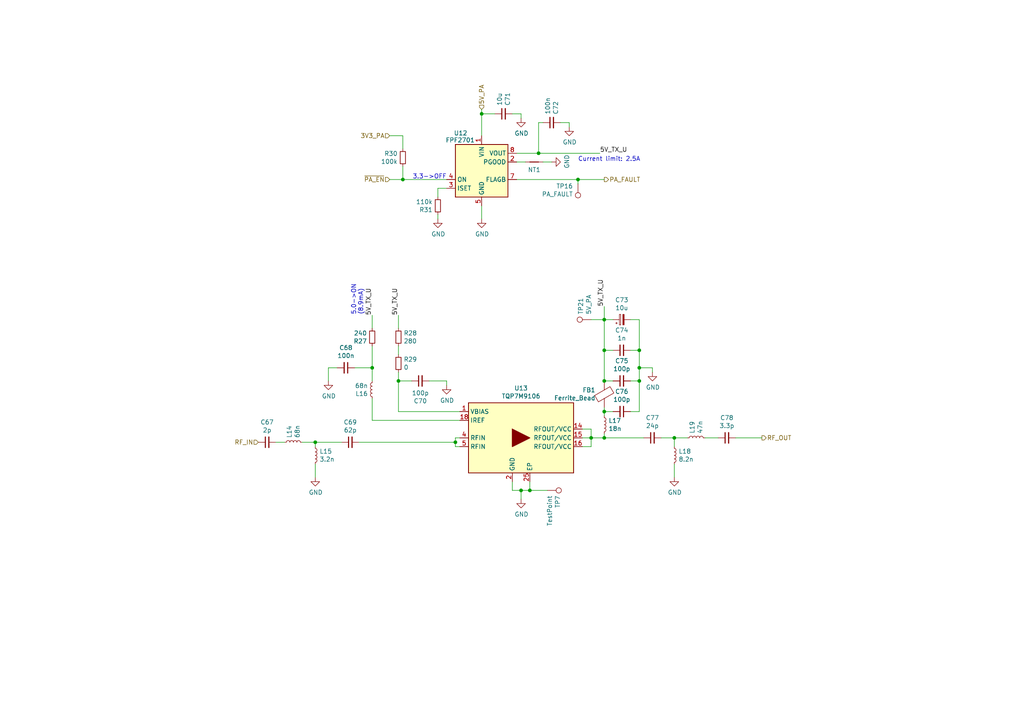
<source format=kicad_sch>
(kicad_sch (version 20211123) (generator eeschema)
  (paper "A4")
  (lib_symbols
    (symbol "Connector:TestPoint" (pin_numbers hide) (pin_names (offset 0.762) hide)
      (property "Reference" "TP" (at 0 6.858 0))
      (property "Value" "TestPoint" (at 0 5.08 0))
      (symbol "TestPoint_0_1"
        (circle (center 0 3.302) (radius 0.762))
      )
      (symbol "TestPoint_1_1"
        (pin passive line (at 0 0 90) (length 2.54) (name "1") (number "1"))
      )
    )
    (symbol "Device:C_Polarized_Small" (pin_numbers hide) (pin_names (offset 0.254) hide)
      (property "Reference" "C" (at 0.254 1.778 0))
      (property "Value" "C_Polarized_Small" (at 0.254 -2.032 0))
      (symbol "C_Polarized_Small_0_1"
        (rectangle (start -1.524 -0.3048) (end 1.524 -0.6858) (fill (type outline)))
        (rectangle (start -1.524 0.6858) (end 1.524 0.3048))
        (polyline (pts (xy -1.27 1.524) (xy -0.762 1.524)))
        (polyline (pts (xy -1.016 1.27) (xy -1.016 1.778)))
      )
      (symbol "C_Polarized_Small_1_1"
        (pin passive line (at 0 2.54 270) (length 1.8542) (name "~") (number "1"))
        (pin passive line (at 0 -2.54 90) (length 1.8542) (name "~") (number "2"))
      )
    )
    (symbol "Device:C_Small" (pin_numbers hide) (pin_names (offset 0.254) hide)
      (property "Reference" "C" (at 0.254 1.778 0))
      (property "Value" "C_Small" (at 0.254 -2.032 0))
      (symbol "C_Small_0_1"
        (polyline (pts (xy -1.524 -0.508) (xy 1.524 -0.508)) (stroke (width 0.3302)))
        (polyline (pts (xy -1.524 0.508) (xy 1.524 0.508)) (stroke (width 0.3048)))
      )
      (symbol "C_Small_1_1"
        (pin passive line (at 0 2.54 270) (length 2.032) (name "~") (number "1"))
        (pin passive line (at 0 -2.54 90) (length 2.032) (name "~") (number "2"))
      )
    )
    (symbol "Device:FerriteBead" (pin_numbers hide) (pin_names (offset 0))
      (property "Reference" "FB" (at -3.81 0.635 90))
      (property "Value" "FerriteBead" (at 3.81 0 90))
      (symbol "FerriteBead_0_1"
        (polyline (pts (xy 0 -1.27) (xy 0 -1.2192)))
        (polyline (pts (xy 0 1.27) (xy 0 1.2954)))
        (polyline (pts (xy -2.7686 0.4064) (xy -1.7018 2.2606) (xy 2.7686 -0.3048) (xy 1.6764 -2.159) (xy -2.7686 0.4064)))
      )
      (symbol "FerriteBead_1_1"
        (pin passive line (at 0 3.81 270) (length 2.54) (name "~") (number "1"))
        (pin passive line (at 0 -3.81 90) (length 2.54) (name "~") (number "2"))
      )
    )
    (symbol "Device:L_Small" (pin_numbers hide) (pin_names (offset 0.254) hide)
      (property "Reference" "L" (at 0.762 1.016 0))
      (property "Value" "L_Small" (at 0.762 -1.016 0))
      (symbol "L_Small_0_1"
        (arc (start 0 -2.032) (mid 0.508 -1.524) (end 0 -1.016))
        (arc (start 0 -1.016) (mid 0.508 -0.508) (end 0 0))
        (arc (start 0 0) (mid 0.508 0.508) (end 0 1.016))
        (arc (start 0 1.016) (mid 0.508 1.524) (end 0 2.032))
      )
      (symbol "L_Small_1_1"
        (pin passive line (at 0 2.54 270) (length 0.508) (name "~") (number "1"))
        (pin passive line (at 0 -2.54 90) (length 0.508) (name "~") (number "2"))
      )
    )
    (symbol "Device:NetTie_2" (pin_numbers hide) (pin_names (offset 0) hide)
      (property "Reference" "NT" (at 0 1.27 0))
      (property "Value" "NetTie_2" (at 0 -1.27 0))
      (symbol "NetTie_2_0_1"
        (polyline (pts (xy -1.27 0) (xy 1.27 0)) (stroke (width 0.254)))
      )
      (symbol "NetTie_2_1_1"
        (pin passive line (at -2.54 0 0) (length 2.54) (name "1") (number "1"))
        (pin passive line (at 2.54 0 180) (length 2.54) (name "2") (number "2"))
      )
    )
    (symbol "Device:R_Small" (pin_numbers hide) (pin_names (offset 0.254) hide)
      (property "Reference" "R" (at 0.762 0.508 0))
      (property "Value" "R_Small" (at 0.762 -1.016 0))
      (symbol "R_Small_0_1"
        (rectangle (start -0.762 1.778) (end 0.762 -1.778) (stroke (width 0.2032)))
      )
      (symbol "R_Small_1_1"
        (pin passive line (at 0 2.54 270) (length 0.762) (name "~") (number "1"))
        (pin passive line (at 0 -2.54 90) (length 0.762) (name "~") (number "2"))
      )
    )
    (symbol "lsf-kicad:FPF2701"
      (property "Reference" "U" (at 5.08 8.89 0))
      (property "Value" "FPF2701" (at 5.08 -8.89 0))
      (symbol "FPF2701_0_1"
        (rectangle (start -7.62 7.62) (end 7.62 -7.62) (stroke (width 0.254)) (fill (type background)))
      )
      (symbol "FPF2701_1_1"
        (pin power_in line (at 0 10.16 270) (length 2.54) (name "VIN") (number "1"))
        (pin open_collector line (at 10.16 2.54 180) (length 2.54) (name "PGOOD") (number "2"))
        (pin passive line (at -10.16 -5.08 0) (length 2.54) (name "ISET") (number "3"))
        (pin input line (at -10.16 -2.54 0) (length 2.54) (name "ON") (number "4"))
        (pin power_in line (at 0 -10.16 90) (length 2.54) (name "GND") (number "5"))
        (pin no_connect line (at -10.16 2.54 0) (length 2.54) hide (name "NC") (number "6"))
        (pin output line (at 10.16 -2.54 180) (length 2.54) (name "FLAGB") (number "7"))
        (pin power_out line (at 10.16 5.08 180) (length 2.54) (name "VOUT") (number "8"))
        (pin passive line (at 0 -10.16 90) (length 2.54) hide (name "GND") (number "9"))
      )
    )
    (symbol "lsf-kicad:TQP7M9106"
      (property "Reference" "U" (at -5.08 11.43 0))
      (property "Value" "TQP7M9106" (at -8.89 13.97 0))
      (symbol "TQP7M9106_0_1"
        (rectangle (start -15.24 10.16) (end 15.24 -10.16) (stroke (width 0.254)) (fill (type background)))
        (polyline (pts (xy -2.54 2.54) (xy -2.54 -2.54) (xy 2.54 0) (xy -2.54 2.54)) (stroke (width 0.254)) (fill (type outline)))
      )
      (symbol "TQP7M9106_1_1"
        (pin input line (at -17.78 7.62 0) (length 2.54) (name "VBIAS") (number "1"))
        (pin passive line (at -2.54 -12.7 90) (length 2.54) hide (name "GND") (number "10"))
        (pin passive line (at -2.54 -12.7 90) (length 2.54) hide (name "GND") (number "11"))
        (pin passive line (at -2.54 -12.7 90) (length 2.54) hide (name "GND") (number "12"))
        (pin passive line (at -2.54 -12.7 90) (length 2.54) hide (name "GND") (number "13"))
        (pin bidirectional line (at 17.78 2.54 180) (length 2.54) (name "RFOUT/VCC") (number "14"))
        (pin bidirectional line (at 17.78 0 180) (length 2.54) (name "RFOUT/VCC") (number "15"))
        (pin bidirectional line (at 17.78 -2.54 180) (length 2.54) (name "RFOUT/VCC") (number "16"))
        (pin passive line (at -2.54 -12.7 90) (length 2.54) hide (name "GND") (number "17"))
        (pin input line (at -17.78 5.08 0) (length 2.54) (name "IREF") (number "18"))
        (pin passive line (at -2.54 -12.7 90) (length 2.54) hide (name "GND") (number "19"))
        (pin power_in line (at -2.54 -12.7 90) (length 2.54) (name "GND") (number "2"))
        (pin passive line (at -2.54 -12.7 90) (length 2.54) hide (name "GND") (number "20"))
        (pin passive line (at -2.54 -12.7 90) (length 2.54) hide (name "GND") (number "21"))
        (pin passive line (at -2.54 -12.7 90) (length 2.54) hide (name "GND") (number "22"))
        (pin passive line (at -2.54 -12.7 90) (length 2.54) hide (name "GND") (number "23"))
        (pin passive line (at -2.54 -12.7 90) (length 2.54) hide (name "GND") (number "24"))
        (pin power_in line (at 2.54 -12.7 90) (length 2.54) (name "EP") (number "25"))
        (pin passive line (at -2.54 -12.7 90) (length 2.54) hide (name "GND") (number "3"))
        (pin input line (at -17.78 0 0) (length 2.54) (name "RFIN") (number "4"))
        (pin input line (at -17.78 -2.54 0) (length 2.54) (name "RFIN") (number "5"))
        (pin passive line (at -2.54 -12.7 90) (length 2.54) hide (name "GND") (number "6"))
        (pin passive line (at -2.54 -12.7 90) (length 2.54) hide (name "GND") (number "7"))
        (pin passive line (at -2.54 -12.7 90) (length 2.54) hide (name "GND") (number "8"))
        (pin passive line (at -2.54 -12.7 90) (length 2.54) hide (name "GND") (number "9"))
      )
    )
    (symbol "power:GND" (power) (pin_names (offset 0))
      (property "Value" "GND" (at 0 -3.81 0))
      (symbol "GND_0_1"
        (polyline (pts (xy 0 0) (xy 0 -1.27) (xy 1.27 -1.27) (xy 0 -2.54) (xy -1.27 -1.27) (xy 0 -1.27)))
      )
      (symbol "GND_1_1"
        (pin power_in line (at 0 0 270) (length 0) hide (name "GND") (number "1"))
      )
    )
  )
  (junction (at 132.08 128.27))
  (junction (at 167.64 52.07))
  (junction (at 175.26 119.38))
  (junction (at 175.26 127))
  (junction (at 151.13 142.24))
  (junction (at 185.42 110.49))
  (junction (at 115.57 110.49))
  (junction (at 171.45 127))
  (junction (at 185.42 106.68))
  (junction (at 185.42 101.6))
  (junction (at 156.21 44.45))
  (junction (at 91.44 128.27))
  (junction (at 175.26 92.71))
  (junction (at 195.58 127))
  (junction (at 153.67 142.24))
  (junction (at 139.7 33.02))
  (junction (at 175.26 110.49))
  (junction (at 116.84 52.07))
  (junction (at 107.95 106.68))
  (junction (at 175.26 101.6))
  (wire (pts (xy 116.84 52.07) (xy 113.03 52.07)))
  (wire (pts (xy 133.35 119.38) (xy 115.57 119.38)))
  (wire (pts (xy 139.7 63.5) (xy 139.7 59.69)))
  (wire (pts (xy 162.56 35.56) (xy 165.1 35.56)))
  (wire (pts (xy 189.23 106.68) (xy 185.42 106.68)))
  (wire (pts (xy 132.08 128.27) (xy 132.08 129.54)))
  (wire (pts (xy 87.63 128.27) (xy 91.44 128.27)))
  (wire (pts (xy 151.13 33.02) (xy 151.13 34.29)))
  (wire (pts (xy 175.26 118.11) (xy 175.26 119.38)))
  (wire (pts (xy 182.88 101.6) (xy 185.42 101.6)))
  (wire (pts (xy 149.86 52.07) (xy 167.64 52.07)))
  (wire (pts (xy 153.67 142.24) (xy 153.67 139.7)))
  (wire (pts (xy 175.26 101.6) (xy 175.26 110.49)))
  (wire (pts (xy 143.51 33.02) (xy 139.7 33.02)))
  (wire (pts (xy 151.13 144.78) (xy 151.13 142.24)))
  (wire (pts (xy 220.98 127) (xy 213.36 127)))
  (wire (pts (xy 189.23 107.95) (xy 189.23 106.68)))
  (wire (pts (xy 95.25 110.49) (xy 95.25 106.68)))
  (wire (pts (xy 148.59 139.7) (xy 148.59 142.24)))
  (wire (pts (xy 185.42 92.71) (xy 182.88 92.71)))
  (wire (pts (xy 148.59 33.02) (xy 151.13 33.02)))
  (wire (pts (xy 91.44 134.62) (xy 91.44 138.43)))
  (wire (pts (xy 127 62.23) (xy 127 63.5)))
  (wire (pts (xy 168.91 124.46) (xy 171.45 124.46)))
  (wire (pts (xy 177.8 101.6) (xy 175.26 101.6)))
  (wire (pts (xy 185.42 101.6) (xy 185.42 92.71)))
  (wire (pts (xy 102.87 106.68) (xy 107.95 106.68)))
  (wire (pts (xy 195.58 129.54) (xy 195.58 127)))
  (wire (pts (xy 119.38 110.49) (xy 115.57 110.49)))
  (wire (pts (xy 95.25 106.68) (xy 97.79 106.68)))
  (wire (pts (xy 171.45 124.46) (xy 171.45 127)))
  (wire (pts (xy 107.95 106.68) (xy 107.95 110.49)))
  (wire (pts (xy 129.54 110.49) (xy 129.54 111.76)))
  (wire (pts (xy 115.57 119.38) (xy 115.57 110.49)))
  (wire (pts (xy 171.45 127) (xy 175.26 127)))
  (wire (pts (xy 160.02 46.99) (xy 157.48 46.99)))
  (wire (pts (xy 177.8 92.71) (xy 175.26 92.71)))
  (wire (pts (xy 152.4 46.99) (xy 149.86 46.99)))
  (wire (pts (xy 175.26 125.73) (xy 175.26 127)))
  (wire (pts (xy 113.03 39.37) (xy 116.84 39.37)))
  (wire (pts (xy 175.26 120.65) (xy 175.26 119.38)))
  (wire (pts (xy 80.01 128.27) (xy 82.55 128.27)))
  (wire (pts (xy 177.8 119.38) (xy 175.26 119.38)))
  (wire (pts (xy 171.45 129.54) (xy 168.91 129.54)))
  (wire (pts (xy 165.1 35.56) (xy 165.1 36.83)))
  (wire (pts (xy 195.58 134.62) (xy 195.58 138.43)))
  (wire (pts (xy 204.47 127) (xy 208.28 127)))
  (wire (pts (xy 191.77 127) (xy 195.58 127)))
  (wire (pts (xy 175.26 101.6) (xy 175.26 92.71)))
  (wire (pts (xy 171.45 127) (xy 171.45 129.54)))
  (wire (pts (xy 115.57 110.49) (xy 115.57 107.95)))
  (wire (pts (xy 115.57 95.25) (xy 115.57 91.44)))
  (wire (pts (xy 129.54 52.07) (xy 116.84 52.07)))
  (wire (pts (xy 185.42 106.68) (xy 185.42 101.6)))
  (wire (pts (xy 116.84 48.26) (xy 116.84 52.07)))
  (wire (pts (xy 149.86 44.45) (xy 156.21 44.45)))
  (wire (pts (xy 91.44 128.27) (xy 99.06 128.27)))
  (wire (pts (xy 107.95 115.57) (xy 107.95 121.92)))
  (wire (pts (xy 107.95 100.33) (xy 107.95 106.68)))
  (wire (pts (xy 115.57 102.87) (xy 115.57 100.33)))
  (wire (pts (xy 185.42 110.49) (xy 185.42 106.68)))
  (wire (pts (xy 107.95 95.25) (xy 107.95 91.44)))
  (wire (pts (xy 182.88 119.38) (xy 185.42 119.38)))
  (wire (pts (xy 116.84 39.37) (xy 116.84 43.18)))
  (wire (pts (xy 132.08 128.27) (xy 132.08 127)))
  (wire (pts (xy 156.21 44.45) (xy 156.21 35.56)))
  (wire (pts (xy 124.46 110.49) (xy 129.54 110.49)))
  (wire (pts (xy 139.7 33.02) (xy 139.7 31.75)))
  (wire (pts (xy 156.21 35.56) (xy 157.48 35.56)))
  (wire (pts (xy 91.44 129.54) (xy 91.44 128.27)))
  (wire (pts (xy 132.08 127) (xy 133.35 127)))
  (wire (pts (xy 167.64 52.07) (xy 175.26 52.07)))
  (wire (pts (xy 139.7 39.37) (xy 139.7 33.02)))
  (wire (pts (xy 148.59 142.24) (xy 151.13 142.24)))
  (wire (pts (xy 177.8 110.49) (xy 175.26 110.49)))
  (wire (pts (xy 175.26 92.71) (xy 175.26 88.9)))
  (wire (pts (xy 107.95 121.92) (xy 133.35 121.92)))
  (wire (pts (xy 167.64 53.34) (xy 167.64 52.07)))
  (wire (pts (xy 127 54.61) (xy 129.54 54.61)))
  (wire (pts (xy 171.45 92.71) (xy 175.26 92.71)))
  (wire (pts (xy 156.21 44.45) (xy 173.99 44.45)))
  (wire (pts (xy 151.13 142.24) (xy 153.67 142.24)))
  (wire (pts (xy 175.26 127) (xy 186.69 127)))
  (wire (pts (xy 182.88 110.49) (xy 185.42 110.49)))
  (wire (pts (xy 127 57.15) (xy 127 54.61)))
  (wire (pts (xy 132.08 129.54) (xy 133.35 129.54)))
  (wire (pts (xy 168.91 127) (xy 171.45 127)))
  (wire (pts (xy 153.67 142.24) (xy 158.75 142.24)))
  (wire (pts (xy 104.14 128.27) (xy 132.08 128.27)))
  (wire (pts (xy 185.42 119.38) (xy 185.42 110.49)))
  (wire (pts (xy 195.58 127) (xy 199.39 127)))
  (text "Current limit: 2.5A" (at 167.64 46.99 0) (effects (font (size 1.27 1.27)) (justify left bottom)))
  (text "3.3->OFF" (at 129.54 52.07 180) (effects (font (size 1.27 1.27)) (justify right bottom)))
  (text "5.0->ON \n(8.9mA)" (at 105.41 91.44 90) (effects (font (size 1.27 1.27)) (justify left bottom)))
  (label "5V_TX_U" (at 175.26 88.9 90))
  (label "5V_TX_U" (at 173.99 44.45 0))
  (label "5V_TX_U" (at 107.95 91.44 90))
  (label "5V_TX_U" (at 115.57 91.44 90))
  (hierarchical_label "3V3_PA" (shape input) (at 113.03 39.37 180))
  (hierarchical_label "RF_IN" (shape input) (at 74.93 128.27 180))
  (hierarchical_label "RF_OUT" (shape output) (at 220.98 127 0))
  (hierarchical_label "5V_PA" (shape input) (at 139.7 31.75 90))
  (hierarchical_label "PA_FAULT" (shape output) (at 175.26 52.07 0))
  (hierarchical_label "~{PA_EN}" (shape input) (at 113.03 52.07 180))
  (symbol (lib_id "power:GND") (at 195.58 138.43 0) (unit 1)
    (property "Reference" "#PWR0187" (effects hide))
    (property "Value" "GND" (at 195.707 142.8242 0))
  )
  (symbol (lib_id "Device:L_Small") (at 91.44 132.08 0) (unit 1)
    (property "Reference" "L15" (at 92.6592 130.9116 0) (effects (justify left)))
    (property "Value" "3.2n" (at 92.6592 133.223 0) (effects (justify left)))
    (property "Footprint" "Inductor_SMD:L_0402_1005Metric" (effects hide))
    (property "Mnf." "Murata Electronics" (effects hide))
    (property "PartNumber" "LQG15WZ3N2B02D" (effects hide))
  )
  (symbol (lib_id "Device:L_Small") (at 175.26 123.19 0) (unit 1)
    (property "Reference" "L17" (at 176.4792 122.0216 0) (effects (justify left)))
    (property "Value" "18n" (at 176.4792 124.333 0) (effects (justify left)))
    (property "Footprint" "Inductor_SMD:L_0402_1005Metric" (effects hide))
    (property "PartNumber" "LQW15AN18NJ80D" (effects hide))
    (property "Mnf." "Coilcraft" (effects hide))
    (property "Description" "Inductor, 0805, 5%, Coilcraft CS Series" (effects hide))
  )
  (symbol (lib_id "Device:L_Small") (at 201.93 127 90) (unit 1)
    (property "Reference" "L19" (at 200.7616 125.7808 0) (effects (justify left)))
    (property "Value" "47n" (at 203.073 125.7808 0) (effects (justify left)))
    (property "Footprint" "Inductor_SMD:L_0402_1005Metric" (effects hide))
    (property "Mnf." "ABRACON" (effects hide))
    (property "PartNumber" "AISC-0402-47NG-T" (effects hide))
  )
  (symbol (lib_id "power:GND") (at 151.13 144.78 0) (unit 1)
    (property "Reference" "#PWR0186" (effects hide))
    (property "Value" "GND" (at 151.257 149.1742 0))
  )
  (symbol (lib_id "Device:C_Small") (at 146.05 33.02 90) (mirror x) (unit 1)
    (property "Reference" "C71" (at 147.2184 30.6832 0) (effects (justify right)))
    (property "Value" "10u" (at 144.907 30.6832 0) (effects (justify right)))
    (property "Footprint" "Capacitor_SMD:C_0805_2012Metric" (effects hide))
    (property "Description" "Capacitor, 1206, 10%, 16 V,  X7R" (effects hide))
    (property "Mnf." "Taiyo Yuden" (effects hide))
    (property "PartNumber" "EMK212BB7106KG-T" (effects hide))
  )
  (symbol (lib_id "Device:C_Small") (at 100.33 106.68 270) (unit 1)
    (property "Reference" "C68" (at 100.33 100.8634 90))
    (property "Value" "100n" (at 100.33 103.1748 90))
    (property "Footprint" "Capacitor_SMD:C_0402_1005Metric" (effects hide))
    (property "Description" " Capacitor, 0603, 50V, X5R, 10%" (effects hide))
    (property "Mnf." "TDK" (effects hide))
    (property "PartNumber" "CGA2B3X5R1H104K050BB" (effects hide))
  )
  (symbol (lib_id "lsf-kicad:FPF2701") (at 139.7 49.53 0) (unit 1)
    (property "Reference" "U12" (at 133.604 38.608 0))
    (property "Value" "FPF2701" (at 133.477 40.64 0))
    (property "Footprint" "lsf-kicad-lib:MLP-8" (effects hide))
    (property "Datasheet" "https://www.fairchildsemi.com/datasheets/FP/FPF2701.pdf" (effects hide))
    (property "Mnf." "ON Semiconductor / Fairchild" (effects hide))
    (property "PartNumber" "FPF2701MPX" (effects hide))
  )
  (symbol (lib_id "Device:L_Small") (at 107.95 113.03 180) (unit 1)
    (property "Reference" "L16" (at 106.7308 114.1984 0) (effects (justify left)))
    (property "Value" "68n" (at 106.7308 111.887 0) (effects (justify left)))
    (property "Footprint" "Inductor_SMD:L_0402_1005Metric" (effects hide))
    (property "Description" "Inductor, 0603, 5%, Ceramic" (effects hide))
    (property "Mnf." "Coilcraft" (effects hide))
    (property "PartNumber" "0402DC-68NXJRW" (effects hide))
  )
  (symbol (lib_id "Device:C_Small") (at 180.34 101.6 90) (mirror x) (unit 1)
    (property "Reference" "C74" (at 180.34 95.7834 90))
    (property "Value" "1n" (at 180.34 98.0948 90))
    (property "Footprint" "Capacitor_SMD:C_0805_2012Metric" (effects hide))
    (property "Description" "Capacitor, 0603, 10%, 50V, NPO/COG" (effects hide))
    (property "Mnf." "KEMET" (effects hide))
    (property "PartNumber" "C0402C102K5GECAUTO7411" (effects hide))
  )
  (symbol (lib_id "Device:C_Small") (at 101.6 128.27 90) (mirror x) (unit 1)
    (property "Reference" "C69" (at 101.6 122.4534 90))
    (property "Value" "62p" (at 101.6 124.7648 90))
    (property "Footprint" "Capacitor_SMD:C_0402_1005Metric" (effects hide))
    (property "Mnf." "AVX" (effects hide))
    (property "PartNumber" "04025A620FAT2A" (effects hide))
  )
  (symbol (lib_id "Device:R_Small") (at 115.57 97.79 180) (unit 1)
    (property "Reference" "R28" (at 117.0686 96.6216 0) (effects (justify right)))
    (property "Value" "280" (at 117.0686 98.933 0) (effects (justify right)))
    (property "Footprint" "Resistor_SMD:R_0603_1608Metric" (effects hide))
    (property "Description" "Resistor, Chip, 0603, 1%, 1/16W" (effects hide))
    (property "Mnf." "YAGEO" (effects hide))
    (property "PartNumber" "RC0402FR-07280RL" (effects hide))
  )
  (symbol (lib_id "Device:C_Small") (at 189.23 127 90) (mirror x) (unit 1)
    (property "Reference" "C77" (at 189.23 121.1834 90))
    (property "Value" "24p" (at 189.23 123.4948 90))
    (property "Footprint" "Capacitor_SMD:C_0402_1005Metric" (effects hide))
    (property "Mnf." "AVX" (effects hide))
    (property "PartNumber" "04025U240FAT2A" (effects hide))
  )
  (symbol (lib_id "Connector:TestPoint") (at 167.64 53.34 0) (mirror x) (unit 1) (in_bom no)
    (property "Reference" "TP16" (at 166.1922 54.0004 0) (effects (justify right)))
    (property "Value" "PA_FAULT" (at 166.1922 56.3118 0) (effects (justify right)))
    (property "Footprint" "lsf-kicad-lib:TestPoint_D0.8mm_Mask-Only" (effects hide))
  )
  (symbol (lib_id "Device:C_Small") (at 180.34 119.38 270) (unit 1)
    (property "Reference" "C76" (at 180.34 113.5634 90))
    (property "Value" "100p" (at 180.34 115.8748 90))
    (property "Footprint" "Capacitor_SMD:C_0402_1005Metric" (effects hide))
    (property "Description" "Capacitor, 0603, 5%, 50V, NPO/COG" (effects hide))
    (property "Mnf." "KEMET" (effects hide))
    (property "PartNumber" "CBR04C101J3GAC" (effects hide))
  )
  (symbol (lib_id "Device:R_Small") (at 107.95 97.79 0) (unit 1)
    (property "Reference" "R27" (at 106.4514 98.9584 0) (effects (justify right)))
    (property "Value" "240" (at 106.4514 96.647 0) (effects (justify right)))
    (property "Footprint" "Resistor_SMD:R_0603_1608Metric" (effects hide))
    (property "Description" "Resistor, Chip, 0603, 1%, 1/16W" (effects hide))
    (property "Mnf." "Vishay" (effects hide))
    (property "PartNumber" "CRCW0402240RFKEDC" (effects hide))
  )
  (symbol (lib_id "power:GND") (at 189.23 107.95 0) (unit 1)
    (property "Reference" "#PWR0182" (effects hide))
    (property "Value" "GND" (at 189.357 112.3442 0))
  )
  (symbol (lib_id "power:GND") (at 91.44 138.43 0) (unit 1)
    (property "Reference" "#PWR0189" (effects hide))
    (property "Value" "GND" (at 91.567 142.8242 0))
  )
  (symbol (lib_id "Connector:TestPoint") (at 171.45 92.71 90) (mirror x) (unit 1) (in_bom no)
    (property "Reference" "TP21" (at 168.4528 91.2368 0) (effects (justify right)))
    (property "Value" "5V_PA" (at 170.7642 91.2368 0) (effects (justify right)))
    (property "Footprint" "lsf-kicad-lib:TestPoint_D0.8mm_Mask-Only" (effects hide))
  )
  (symbol (lib_id "Device:R_Small") (at 116.84 45.72 0) (mirror x) (unit 1)
    (property "Reference" "R30" (at 115.3414 44.5516 0) (effects (justify right)))
    (property "Value" "100k" (at 115.3414 46.863 0) (effects (justify right)))
    (property "Footprint" "Resistor_SMD:R_0603_1608Metric" (effects hide))
    (property "Description" "Resistor, 0402, 5%, 1/16W" (effects hide))
    (property "PartNumber" "CR0402-FX-1003GLF" (effects hide))
  )
  (symbol (lib_id "power:GND") (at 165.1 36.83 0) (unit 1)
    (property "Reference" "#PWR0191" (effects hide))
    (property "Value" "GND" (at 165.227 41.2242 0))
  )
  (symbol (lib_id "Device:C_Small") (at 180.34 110.49 90) (mirror x) (unit 1)
    (property "Reference" "C75" (at 180.34 104.6734 90))
    (property "Value" "100p" (at 180.34 106.9848 90))
    (property "Footprint" "Capacitor_SMD:C_0402_1005Metric" (effects hide))
    (property "Description" "Capacitor, 0603, 5%, 50V, NPO/COG" (effects hide))
    (property "Mnf." "KEMET" (effects hide))
    (property "PartNumber" "CBR04C101J3GAC" (effects hide))
  )
  (symbol (lib_id "Device:C_Polarized_Small") (at 180.34 92.71 90) (unit 1)
    (property "Reference" "C73" (at 180.34 86.995 90))
    (property "Value" "10u" (at 180.34 89.3064 90))
    (property "Footprint" "Capacitor_Tantalum_SMD:CP_EIA-6032-28_Kemet-C" (effects hide))
    (property "Description" "Capacitor, Tantalum, 6032, 35V, 10%" (effects hide))
    (property "Mnf." "KEMET" (effects hide))
    (property "PartNumber" "T495C106K035ATE400" (effects hide))
  )
  (symbol (lib_id "Device:NetTie_2") (at 154.94 46.99 180) (unit 1) (in_bom no)
    (property "Reference" "NT1" (at 154.94 49.2506 0))
    (property "Value" "Net-Tie_2" (effects hide))
    (property "Footprint" "NetTie:NetTie-2_SMD_Pad0.5mm" (effects hide))
  )
  (symbol (lib_id "power:GND") (at 129.54 111.76 0) (unit 1)
    (property "Reference" "#PWR0188" (effects hide))
    (property "Value" "GND" (at 129.667 116.1542 0))
  )
  (symbol (lib_id "Connector:TestPoint") (at 158.75 142.24 270) (unit 1) (in_bom no)
    (property "Reference" "TP7" (at 161.7472 143.7132 0) (effects (justify left)))
    (property "Value" "TestPoint" (at 159.4358 143.7132 0) (effects (justify left)))
    (property "Footprint" "TestPoint:TestPoint_Keystone_5015_Micro-Minature" (effects hide))
    (property "Mnf." "Keystone" (effects hide))
    (property "PartNumber" "5015" (effects hide))
  )
  (symbol (lib_id "power:GND") (at 127 63.5 0) (unit 1)
    (property "Reference" "#PWR0183" (effects hide))
    (property "Value" "GND" (at 127.127 67.8942 0))
  )
  (symbol (lib_id "power:GND") (at 151.13 34.29 0) (unit 1)
    (property "Reference" "#PWR0185" (effects hide))
    (property "Value" "GND" (at 151.257 38.6842 0))
  )
  (symbol (lib_id "Device:R_Small") (at 115.57 105.41 180) (unit 1)
    (property "Reference" "R29" (at 117.0686 104.2416 0) (effects (justify right)))
    (property "Value" "0" (at 117.0686 106.553 0) (effects (justify right)))
    (property "Footprint" "Resistor_SMD:R_0603_1608Metric" (effects hide))
    (property "Description" "Resistor, 0603, 5%, 1/16W" (effects hide))
    (property "PartNumber" "RC0402JR-7D0RL" (effects hide))
  )
  (symbol (lib_id "Device:R_Small") (at 127 59.69 0) (unit 1)
    (property "Reference" "R31" (at 125.5014 60.8584 0) (effects (justify right)))
    (property "Value" "110k" (at 125.5014 58.547 0) (effects (justify right)))
    (property "Footprint" "Resistor_SMD:R_0603_1608Metric" (effects hide))
    (property "Description" "Resistor, 0402, 1%, 1/16W" (effects hide))
    (property "Mnf." "Vishay" (effects hide))
    (property "PartNumber" "CRCW0402110KFKED" (effects hide))
  )
  (symbol (lib_id "power:GND") (at 160.02 46.99 90) (unit 1)
    (property "Reference" "#PWR0192" (effects hide))
    (property "Value" "GND" (at 164.4142 46.863 0))
  )
  (symbol (lib_id "power:GND") (at 139.7 63.5 0) (unit 1)
    (property "Reference" "#PWR0184" (effects hide))
    (property "Value" "GND" (at 139.827 67.8942 0))
  )
  (symbol (lib_id "Device:C_Small") (at 160.02 35.56 90) (mirror x) (unit 1)
    (property "Reference" "C72" (at 161.1884 33.2232 0) (effects (justify right)))
    (property "Value" "100n" (at 158.877 33.2232 0) (effects (justify right)))
    (property "Footprint" "Capacitor_SMD:C_0805_2012Metric" (effects hide))
    (property "Description" "Capacitor, 0603, 10%, 50V, X7R" (effects hide))
    (property "Mnf." "KEMET" (effects hide))
    (property "PartNumber" "C0402C104K4RACTU" (effects hide))
  )
  (symbol (lib_id "Device:L_Small") (at 85.09 128.27 90) (unit 1)
    (property "Reference" "L14" (at 83.9216 127.0508 0) (effects (justify left)))
    (property "Value" "68n" (at 86.233 127.0508 0) (effects (justify left)))
    (property "Footprint" "Inductor_SMD:L_0402_1005Metric" (effects hide))
    (property "Mnf." "TDK" (effects hide))
    (property "PartNumber" "MHQ1005P68NGTD25" (effects hide))
  )
  (symbol (lib_id "Device:C_Small") (at 210.82 127 90) (mirror x) (unit 1)
    (property "Reference" "C78" (at 210.82 121.1834 90))
    (property "Value" "3.3p" (at 210.82 123.4948 90))
    (property "Footprint" "Capacitor_SMD:C_0402_1005Metric" (effects hide))
    (property "Mnf." "Murata Electronics" (effects hide))
    (property "PartNumber" "GJM1555C1H3R3WB01D" (effects hide))
  )
  (symbol (lib_id "Device:L_Small") (at 195.58 132.08 0) (unit 1)
    (property "Reference" "L18" (at 196.7992 130.9116 0) (effects (justify left)))
    (property "Value" "8.2n" (at 196.7992 133.223 0) (effects (justify left)))
    (property "Footprint" "Inductor_SMD:L_0402_1005Metric" (effects hide))
    (property "Mnf." "TDK" (effects hide))
    (property "PartNumber" "MHQ1005P8N2GT000" (effects hide))
  )
  (symbol (lib_id "Device:C_Small") (at 121.92 110.49 90) (unit 1)
    (property "Reference" "C70" (at 121.92 116.3066 90))
    (property "Value" "100p" (at 121.92 113.9952 90))
    (property "Footprint" "Capacitor_SMD:C_0402_1005Metric" (effects hide))
    (property "Description" " Capacitor, 0603, 5%, 50V, NPO/COG" (effects hide))
    (property "PartNumber" "CBR04C101J3GAC" (effects hide))
    (property "Mnf." "KEMET" (effects hide))
  )
  (symbol (lib_id "Device:FerriteBead") (at 175.26 114.3 0) (mirror x) (unit 1)
    (property "Reference" "FB1" (at 172.72 113.1316 0) (effects (justify right)))
    (property "Value" "Ferrite_Bead" (at 172.72 115.443 0) (effects (justify right)))
    (property "Footprint" "Inductor_SMD:L_0603_1608Metric" (effects hide))
    (property "Mnf." "Murata Electronics" (effects hide))
    (property "PartNumber" "BLM18KG331SN1D " (effects hide))
  )
  (symbol (lib_id "Device:C_Small") (at 77.47 128.27 90) (mirror x) (unit 1)
    (property "Reference" "C67" (at 77.47 122.4534 90))
    (property "Value" "2p" (at 77.47 124.7648 90))
    (property "Footprint" "Capacitor_SMD:C_0402_1005Metric" (effects hide))
    (property "Mnf." "Murata Electronics" (effects hide))
    (property "PartNumber" "GJM1555C1H2R0WB01D" (effects hide))
  )
  (symbol (lib_id "lsf-kicad:TQP7M9106") (at 151.13 127 0) (unit 1)
    (property "Reference" "U13" (at 151.13 112.5982 0))
    (property "Value" "TQP7M9106" (at 151.13 114.9096 0))
    (property "Footprint" "Package_DFN_QFN:QFN-24-1EP_4x4mm_P0.5mm_EP2.7x2.7mm_ThermalVias" (effects hide))
    (property "Datasheet" "https://www.qorvo.com/products/d/da005671" (effects hide))
    (property "Mnf." "Qorvo" (effects hide))
    (property "PartNumber" "TQP7M9106" (effects hide))
  )
  (symbol (lib_id "power:GND") (at 95.25 110.49 0) (unit 1)
    (property "Reference" "#PWR0190" (effects hide))
    (property "Value" "GND" (at 95.377 114.8842 0))
  )
)
</source>
